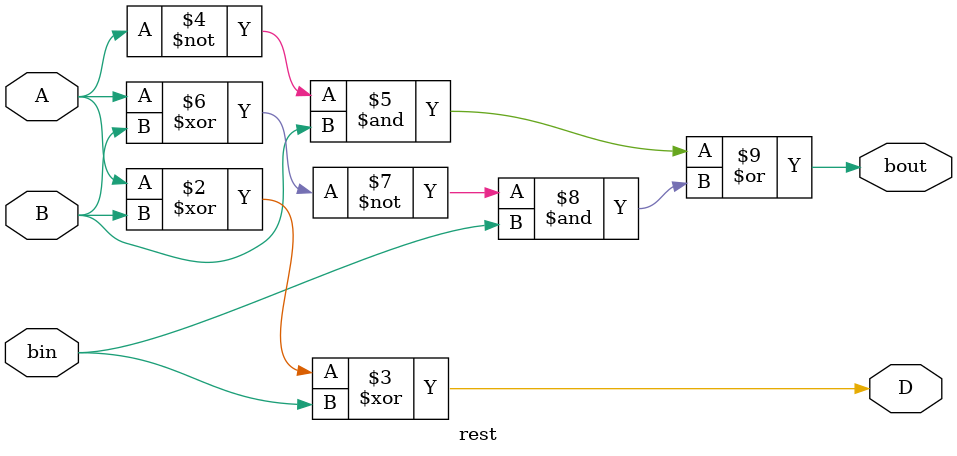
<source format=sv>
module rest(input A,
				input B,
				input bin,
				output D,
				output bout);
		
	always @(A or B or bin)
		begin
			D = A ^ B ^ bin;
			bout = (~A & B) | (~(A ^ B) & bin);
		end
endmodule
</source>
